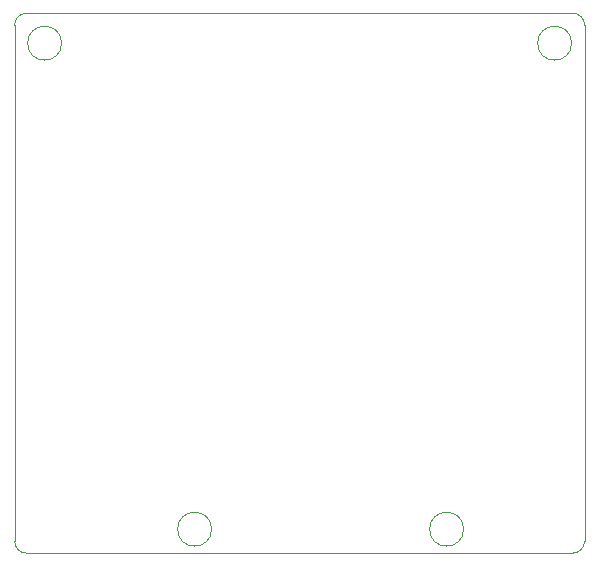
<source format=gm1>
G04 #@! TF.GenerationSoftware,KiCad,Pcbnew,5.1.4-e60b266~84~ubuntu18.04.1*
G04 #@! TF.CreationDate,2019-09-03T20:05:05+02:00*
G04 #@! TF.ProjectId,multisensor,6d756c74-6973-4656-9e73-6f722e6b6963,rev?*
G04 #@! TF.SameCoordinates,Original*
G04 #@! TF.FileFunction,Profile,NP*
%FSLAX46Y46*%
G04 Gerber Fmt 4.6, Leading zero omitted, Abs format (unit mm)*
G04 Created by KiCad (PCBNEW 5.1.4-e60b266~84~ubuntu18.04.1) date 2019-09-03 20:05:05*
%MOMM*%
%LPD*%
G04 APERTURE LIST*
%ADD10C,0.050000*%
G04 APERTURE END LIST*
D10*
X57316841Y-74168000D02*
G75*
G03X57316841Y-74168000I-1436841J0D01*
G01*
X78652841Y-74168000D02*
G75*
G03X78652841Y-74168000I-1436841J0D01*
G01*
X44616841Y-33020000D02*
G75*
G03X44616841Y-33020000I-1436841J0D01*
G01*
X87796841Y-33020000D02*
G75*
G03X87796841Y-33020000I-1436841J0D01*
G01*
X40640000Y-31496000D02*
G75*
G02X41656000Y-30480000I1016000J0D01*
G01*
X87884000Y-30480000D02*
G75*
G02X88900000Y-31496000I0J-1016000D01*
G01*
X41656000Y-76200000D02*
G75*
G02X40640000Y-75184000I0J1016000D01*
G01*
X88900000Y-75184000D02*
G75*
G02X87884000Y-76200000I-1016000J0D01*
G01*
X88900000Y-31496000D02*
X88900000Y-75184000D01*
X40640000Y-75184000D02*
X40640000Y-31496000D01*
X87884000Y-76200000D02*
X41656000Y-76200000D01*
X41656000Y-30480000D02*
X87884000Y-30480000D01*
M02*

</source>
